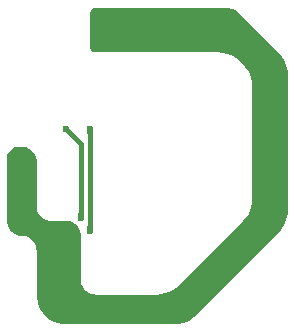
<source format=gbl>
G04*
G04 #@! TF.GenerationSoftware,Altium Limited,Altium Designer,20.1.8 (145)*
G04*
G04 Layer_Physical_Order=2*
G04 Layer_Color=16711680*
%FSLAX43Y43*%
%MOMM*%
G71*
G04*
G04 #@! TF.SameCoordinates,C5C313FD-7657-4A41-8647-220B39F72BCF*
G04*
G04*
G04 #@! TF.FilePolarity,Positive*
G04*
G01*
G75*
%ADD43C,0.250*%
%ADD44C,0.400*%
%ADD46C,0.600*%
G36*
X67460Y56786D02*
X67458Y56782D01*
X67456Y56775D01*
X67455Y56765D01*
X67452Y56734D01*
X67450Y56631D01*
X67450Y56596D01*
X67050Y56596D01*
X67040Y56786D01*
X67460Y56786D01*
D02*
G37*
G36*
X65551Y56993D02*
X65555Y56987D01*
X65561Y56978D01*
X65582Y56955D01*
X65653Y56880D01*
X65677Y56856D01*
X65394Y56573D01*
X65253Y56700D01*
X65550Y56997D01*
X65551Y56993D01*
D02*
G37*
G36*
X66710Y49714D02*
X66290D01*
X66292Y49718D01*
X66294Y49725D01*
X66295Y49735D01*
X66298Y49766D01*
X66300Y49869D01*
X66300Y49904D01*
X66700D01*
X66710Y49714D01*
D02*
G37*
G36*
X67450Y48760D02*
X67458Y48572D01*
X67038Y48580D01*
X67041Y48584D01*
X67043Y48592D01*
X67044Y48602D01*
X67046Y48616D01*
X67049Y48678D01*
X67050Y48771D01*
X67450Y48760D01*
D02*
G37*
G36*
X77293Y67250D02*
X78793D01*
X78793Y67250D01*
Y67250D01*
X78961Y67250D01*
X79291Y67184D01*
X79602Y67056D01*
X79881Y66869D01*
X80000Y66750D01*
X83256Y63494D01*
X83256Y63494D01*
X83433Y63317D01*
X83711Y62901D01*
X83902Y62439D01*
X84000Y61948D01*
X84000Y61698D01*
X84000Y50052D01*
X84000Y50052D01*
X84000Y49802D01*
X83902Y49311D01*
X83711Y48849D01*
X83433Y48433D01*
X83256Y48256D01*
X76244Y41244D01*
X76244Y41244D01*
X76067Y41067D01*
X75651Y40789D01*
X75189Y40598D01*
X74698Y40500D01*
X74448Y40500D01*
X65250D01*
X65004Y40500D01*
X64521Y40596D01*
X64066Y40785D01*
X63656Y41058D01*
X63308Y41406D01*
X63035Y41816D01*
X62846Y42271D01*
X62750Y42754D01*
X62750Y43000D01*
Y46750D01*
X62750D01*
X62750Y46750D01*
X62744Y46873D01*
X62696Y47113D01*
X62602Y47339D01*
X62466Y47543D01*
X62293Y47716D01*
X62089Y47852D01*
X61863Y47946D01*
X61623Y47994D01*
X61500Y48000D01*
X61377Y48000D01*
X61135Y48048D01*
X60908Y48142D01*
X60703Y48279D01*
X60529Y48453D01*
X60392Y48658D01*
X60298Y48885D01*
X60250Y49127D01*
X60250Y49250D01*
Y54500D01*
X60250Y54599D01*
X60289Y54792D01*
X60364Y54975D01*
X60474Y55139D01*
X60614Y55278D01*
X60778Y55387D01*
X60961Y55462D01*
X61154Y55500D01*
X61253Y55500D01*
X61500Y55500D01*
X61500Y55500D01*
X61500Y55500D01*
X61623Y55500D01*
X61865Y55452D01*
X62092Y55358D01*
X62297Y55221D01*
X62471Y55047D01*
X62608Y54842D01*
X62702Y54615D01*
X62750Y54373D01*
X62750Y54250D01*
X62750Y50500D01*
X62756Y50377D01*
X62804Y50137D01*
X62898Y49911D01*
X63034Y49707D01*
X63207Y49534D01*
X63411Y49398D01*
X63637Y49304D01*
X63877Y49256D01*
X64000Y49250D01*
X65250D01*
X65250Y49250D01*
Y49250D01*
X65373Y49250D01*
X65615Y49202D01*
X65842Y49108D01*
X66047Y48971D01*
X66221Y48797D01*
X66358Y48592D01*
X66452Y48365D01*
X66500Y48123D01*
X66500Y48000D01*
X66500Y44250D01*
X66506Y44127D01*
X66554Y43887D01*
X66648Y43661D01*
X66784Y43457D01*
X66957Y43284D01*
X67161Y43148D01*
X67387Y43054D01*
X67627Y43006D01*
X67750Y43000D01*
X72948D01*
X73197Y43012D01*
X73685Y43109D01*
X74145Y43300D01*
X74559Y43577D01*
X74744Y43744D01*
X80256Y49256D01*
X80256Y49256D01*
X80256Y49256D01*
X80423Y49441D01*
X80700Y49855D01*
X80891Y50315D01*
X80988Y50803D01*
X81000Y51052D01*
X81000Y60698D01*
X81000D01*
X81000Y60698D01*
X80988Y60947D01*
X80891Y61435D01*
X80700Y61895D01*
X80423Y62309D01*
X80256Y62494D01*
X79994Y62756D01*
X79994Y62756D01*
X79809Y62923D01*
X79395Y63200D01*
X78935Y63391D01*
X78447Y63488D01*
X78198Y63500D01*
X67750Y63500D01*
X67651D01*
X67467Y63576D01*
X67326Y63717D01*
X67250Y63901D01*
Y66849D01*
X67326Y67033D01*
X67467Y67174D01*
X67651Y67250D01*
X67750D01*
X77293Y67250D01*
D02*
G37*
D43*
X67244Y48362D02*
X67250Y48368D01*
D44*
Y57000D01*
X65250Y57000D02*
X66500Y55750D01*
Y49500D02*
Y55750D01*
D46*
X63600Y46100D02*
D03*
X66500Y49500D02*
D03*
X67244Y48362D02*
D03*
X64750Y47850D02*
D03*
X70000Y66500D02*
D03*
Y65500D02*
D03*
Y64500D02*
D03*
X66750Y42000D02*
D03*
X64750D02*
D03*
X64250Y43750D02*
D03*
X61250Y52000D02*
D03*
Y53000D02*
D03*
Y54000D02*
D03*
X67250Y57000D02*
D03*
X65250D02*
D03*
M02*

</source>
